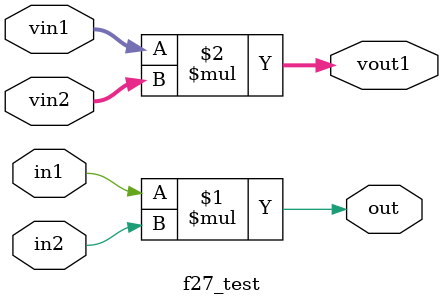
<source format=v>
module f27_test(out, in1, in2, vin1, vin2, vout1);
output out;
input in1, in2;
input [1:0] vin1;
input [2:0] vin2;
output [3:0] vout1;
assign out = in1 * in2;
assign vout1 = vin1 * vin2;
endmodule
</source>
